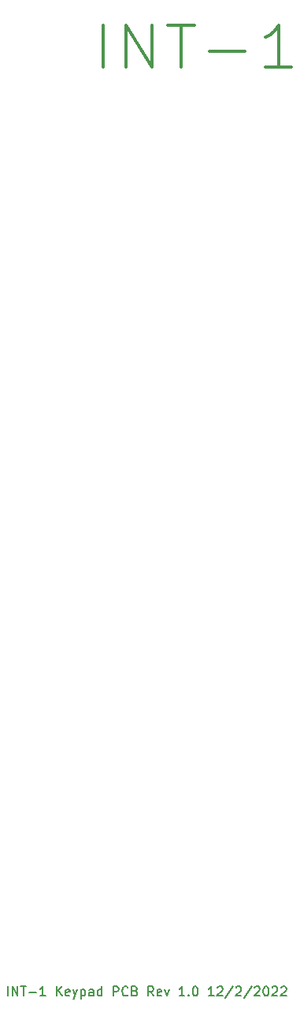
<source format=gbr>
G04 #@! TF.GenerationSoftware,KiCad,Pcbnew,(5.1.4)-1*
G04 #@! TF.CreationDate,2022-02-13T22:58:11-05:00*
G04 #@! TF.ProjectId,INT-1,494e542d-312e-46b6-9963-61645f706362,rev?*
G04 #@! TF.SameCoordinates,Original*
G04 #@! TF.FileFunction,Legend,Top*
G04 #@! TF.FilePolarity,Positive*
%FSLAX46Y46*%
G04 Gerber Fmt 4.6, Leading zero omitted, Abs format (unit mm)*
G04 Created by KiCad (PCBNEW (5.1.4)-1) date 2022-02-13 22:58:11*
%MOMM*%
%LPD*%
G04 APERTURE LIST*
%ADD10C,0.150000*%
%ADD11C,0.300000*%
G04 APERTURE END LIST*
D10*
X152179619Y-144851380D02*
X152179619Y-143851380D01*
X152655809Y-144851380D02*
X152655809Y-143851380D01*
X153227238Y-144851380D01*
X153227238Y-143851380D01*
X153560571Y-143851380D02*
X154132000Y-143851380D01*
X153846285Y-144851380D02*
X153846285Y-143851380D01*
X154465333Y-144470428D02*
X155227238Y-144470428D01*
X156227238Y-144851380D02*
X155655809Y-144851380D01*
X155941523Y-144851380D02*
X155941523Y-143851380D01*
X155846285Y-143994238D01*
X155751047Y-144089476D01*
X155655809Y-144137095D01*
X157417714Y-144851380D02*
X157417714Y-143851380D01*
X157989142Y-144851380D02*
X157560571Y-144279952D01*
X157989142Y-143851380D02*
X157417714Y-144422809D01*
X158798666Y-144803761D02*
X158703428Y-144851380D01*
X158512952Y-144851380D01*
X158417714Y-144803761D01*
X158370095Y-144708523D01*
X158370095Y-144327571D01*
X158417714Y-144232333D01*
X158512952Y-144184714D01*
X158703428Y-144184714D01*
X158798666Y-144232333D01*
X158846285Y-144327571D01*
X158846285Y-144422809D01*
X158370095Y-144518047D01*
X159179619Y-144184714D02*
X159417714Y-144851380D01*
X159655809Y-144184714D02*
X159417714Y-144851380D01*
X159322476Y-145089476D01*
X159274857Y-145137095D01*
X159179619Y-145184714D01*
X160036761Y-144184714D02*
X160036761Y-145184714D01*
X160036761Y-144232333D02*
X160132000Y-144184714D01*
X160322476Y-144184714D01*
X160417714Y-144232333D01*
X160465333Y-144279952D01*
X160512952Y-144375190D01*
X160512952Y-144660904D01*
X160465333Y-144756142D01*
X160417714Y-144803761D01*
X160322476Y-144851380D01*
X160132000Y-144851380D01*
X160036761Y-144803761D01*
X161370095Y-144851380D02*
X161370095Y-144327571D01*
X161322476Y-144232333D01*
X161227238Y-144184714D01*
X161036761Y-144184714D01*
X160941523Y-144232333D01*
X161370095Y-144803761D02*
X161274857Y-144851380D01*
X161036761Y-144851380D01*
X160941523Y-144803761D01*
X160893904Y-144708523D01*
X160893904Y-144613285D01*
X160941523Y-144518047D01*
X161036761Y-144470428D01*
X161274857Y-144470428D01*
X161370095Y-144422809D01*
X162274857Y-144851380D02*
X162274857Y-143851380D01*
X162274857Y-144803761D02*
X162179619Y-144851380D01*
X161989142Y-144851380D01*
X161893904Y-144803761D01*
X161846285Y-144756142D01*
X161798666Y-144660904D01*
X161798666Y-144375190D01*
X161846285Y-144279952D01*
X161893904Y-144232333D01*
X161989142Y-144184714D01*
X162179619Y-144184714D01*
X162274857Y-144232333D01*
X163512952Y-144851380D02*
X163512952Y-143851380D01*
X163893904Y-143851380D01*
X163989142Y-143899000D01*
X164036761Y-143946619D01*
X164084380Y-144041857D01*
X164084380Y-144184714D01*
X164036761Y-144279952D01*
X163989142Y-144327571D01*
X163893904Y-144375190D01*
X163512952Y-144375190D01*
X165084380Y-144756142D02*
X165036761Y-144803761D01*
X164893904Y-144851380D01*
X164798666Y-144851380D01*
X164655809Y-144803761D01*
X164560571Y-144708523D01*
X164512952Y-144613285D01*
X164465333Y-144422809D01*
X164465333Y-144279952D01*
X164512952Y-144089476D01*
X164560571Y-143994238D01*
X164655809Y-143899000D01*
X164798666Y-143851380D01*
X164893904Y-143851380D01*
X165036761Y-143899000D01*
X165084380Y-143946619D01*
X165846285Y-144327571D02*
X165989142Y-144375190D01*
X166036761Y-144422809D01*
X166084380Y-144518047D01*
X166084380Y-144660904D01*
X166036761Y-144756142D01*
X165989142Y-144803761D01*
X165893904Y-144851380D01*
X165512952Y-144851380D01*
X165512952Y-143851380D01*
X165846285Y-143851380D01*
X165941523Y-143899000D01*
X165989142Y-143946619D01*
X166036761Y-144041857D01*
X166036761Y-144137095D01*
X165989142Y-144232333D01*
X165941523Y-144279952D01*
X165846285Y-144327571D01*
X165512952Y-144327571D01*
X167846285Y-144851380D02*
X167512952Y-144375190D01*
X167274857Y-144851380D02*
X167274857Y-143851380D01*
X167655809Y-143851380D01*
X167751047Y-143899000D01*
X167798666Y-143946619D01*
X167846285Y-144041857D01*
X167846285Y-144184714D01*
X167798666Y-144279952D01*
X167751047Y-144327571D01*
X167655809Y-144375190D01*
X167274857Y-144375190D01*
X168655809Y-144803761D02*
X168560571Y-144851380D01*
X168370095Y-144851380D01*
X168274857Y-144803761D01*
X168227238Y-144708523D01*
X168227238Y-144327571D01*
X168274857Y-144232333D01*
X168370095Y-144184714D01*
X168560571Y-144184714D01*
X168655809Y-144232333D01*
X168703428Y-144327571D01*
X168703428Y-144422809D01*
X168227238Y-144518047D01*
X169036761Y-144184714D02*
X169274857Y-144851380D01*
X169512952Y-144184714D01*
X171179619Y-144851380D02*
X170608190Y-144851380D01*
X170893904Y-144851380D02*
X170893904Y-143851380D01*
X170798666Y-143994238D01*
X170703428Y-144089476D01*
X170608190Y-144137095D01*
X171608190Y-144756142D02*
X171655809Y-144803761D01*
X171608190Y-144851380D01*
X171560571Y-144803761D01*
X171608190Y-144756142D01*
X171608190Y-144851380D01*
X172274857Y-143851380D02*
X172370095Y-143851380D01*
X172465333Y-143899000D01*
X172512952Y-143946619D01*
X172560571Y-144041857D01*
X172608190Y-144232333D01*
X172608190Y-144470428D01*
X172560571Y-144660904D01*
X172512952Y-144756142D01*
X172465333Y-144803761D01*
X172370095Y-144851380D01*
X172274857Y-144851380D01*
X172179619Y-144803761D01*
X172132000Y-144756142D01*
X172084380Y-144660904D01*
X172036761Y-144470428D01*
X172036761Y-144232333D01*
X172084380Y-144041857D01*
X172132000Y-143946619D01*
X172179619Y-143899000D01*
X172274857Y-143851380D01*
X174322476Y-144851380D02*
X173751047Y-144851380D01*
X174036761Y-144851380D02*
X174036761Y-143851380D01*
X173941523Y-143994238D01*
X173846285Y-144089476D01*
X173751047Y-144137095D01*
X174703428Y-143946619D02*
X174751047Y-143899000D01*
X174846285Y-143851380D01*
X175084380Y-143851380D01*
X175179619Y-143899000D01*
X175227238Y-143946619D01*
X175274857Y-144041857D01*
X175274857Y-144137095D01*
X175227238Y-144279952D01*
X174655809Y-144851380D01*
X175274857Y-144851380D01*
X176417714Y-143803761D02*
X175560571Y-145089476D01*
X176703428Y-143946619D02*
X176751047Y-143899000D01*
X176846285Y-143851380D01*
X177084380Y-143851380D01*
X177179619Y-143899000D01*
X177227238Y-143946619D01*
X177274857Y-144041857D01*
X177274857Y-144137095D01*
X177227238Y-144279952D01*
X176655809Y-144851380D01*
X177274857Y-144851380D01*
X178417714Y-143803761D02*
X177560571Y-145089476D01*
X178703428Y-143946619D02*
X178751047Y-143899000D01*
X178846285Y-143851380D01*
X179084380Y-143851380D01*
X179179619Y-143899000D01*
X179227238Y-143946619D01*
X179274857Y-144041857D01*
X179274857Y-144137095D01*
X179227238Y-144279952D01*
X178655809Y-144851380D01*
X179274857Y-144851380D01*
X179893904Y-143851380D02*
X179989142Y-143851380D01*
X180084380Y-143899000D01*
X180132000Y-143946619D01*
X180179619Y-144041857D01*
X180227238Y-144232333D01*
X180227238Y-144470428D01*
X180179619Y-144660904D01*
X180132000Y-144756142D01*
X180084380Y-144803761D01*
X179989142Y-144851380D01*
X179893904Y-144851380D01*
X179798666Y-144803761D01*
X179751047Y-144756142D01*
X179703428Y-144660904D01*
X179655809Y-144470428D01*
X179655809Y-144232333D01*
X179703428Y-144041857D01*
X179751047Y-143946619D01*
X179798666Y-143899000D01*
X179893904Y-143851380D01*
X180608190Y-143946619D02*
X180655809Y-143899000D01*
X180751047Y-143851380D01*
X180989142Y-143851380D01*
X181084380Y-143899000D01*
X181132000Y-143946619D01*
X181179619Y-144041857D01*
X181179619Y-144137095D01*
X181132000Y-144279952D01*
X180560571Y-144851380D01*
X181179619Y-144851380D01*
X181560571Y-143946619D02*
X181608190Y-143899000D01*
X181703428Y-143851380D01*
X181941523Y-143851380D01*
X182036761Y-143899000D01*
X182084380Y-143946619D01*
X182132000Y-144041857D01*
X182132000Y-144137095D01*
X182084380Y-144279952D01*
X181512952Y-144851380D01*
X182132000Y-144851380D01*
D11*
X162466000Y-45215714D02*
X162466000Y-40715714D01*
X164846952Y-45215714D02*
X164846952Y-40715714D01*
X167704095Y-45215714D01*
X167704095Y-40715714D01*
X169370761Y-40715714D02*
X172227904Y-40715714D01*
X170799333Y-45215714D02*
X170799333Y-40715714D01*
X173894571Y-43501428D02*
X177704095Y-43501428D01*
X182704095Y-45215714D02*
X179846952Y-45215714D01*
X181275523Y-45215714D02*
X181275523Y-40715714D01*
X180799333Y-41358571D01*
X180323142Y-41787142D01*
X179846952Y-42001428D01*
M02*

</source>
